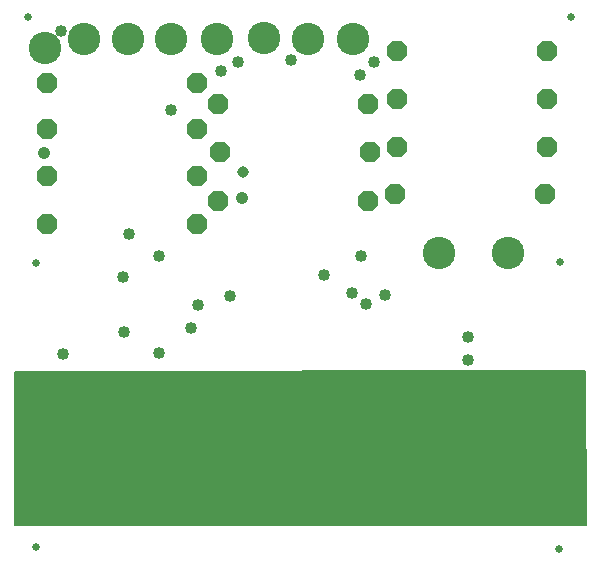
<source format=gts>
G75*
%MOIN*%
%OFA0B0*%
%FSLAX25Y25*%
%IPPOS*%
%LPD*%
%AMOC8*
5,1,8,0,0,1.08239X$1,22.5*
%
%ADD10C,0.00600*%
%ADD11C,0.02572*%
%ADD12C,0.10800*%
%ADD13C,0.03581*%
%ADD14OC8,0.06800*%
%ADD15C,0.04178*%
%ADD16C,0.03981*%
%ADD17C,0.03824*%
D10*
X0006754Y0020928D02*
X0196991Y0020928D01*
X0196676Y0072266D01*
X0006754Y0072109D01*
X0006754Y0020928D01*
X0006754Y0021151D02*
X0196989Y0021151D01*
X0196986Y0021749D02*
X0006754Y0021749D01*
X0006754Y0022348D02*
X0196982Y0022348D01*
X0196978Y0022946D02*
X0006754Y0022946D01*
X0006754Y0023545D02*
X0196974Y0023545D01*
X0196971Y0024143D02*
X0006754Y0024143D01*
X0006754Y0024742D02*
X0196967Y0024742D01*
X0196963Y0025340D02*
X0006754Y0025340D01*
X0006754Y0025939D02*
X0196960Y0025939D01*
X0196956Y0026537D02*
X0006754Y0026537D01*
X0006754Y0027136D02*
X0196952Y0027136D01*
X0196949Y0027734D02*
X0006754Y0027734D01*
X0006754Y0028333D02*
X0196945Y0028333D01*
X0196941Y0028932D02*
X0006754Y0028932D01*
X0006754Y0029530D02*
X0196938Y0029530D01*
X0196934Y0030129D02*
X0006754Y0030129D01*
X0006754Y0030727D02*
X0196930Y0030727D01*
X0196927Y0031326D02*
X0006754Y0031326D01*
X0006754Y0031924D02*
X0196923Y0031924D01*
X0196919Y0032523D02*
X0006754Y0032523D01*
X0006754Y0033121D02*
X0196916Y0033121D01*
X0196912Y0033720D02*
X0006754Y0033720D01*
X0006754Y0034318D02*
X0196908Y0034318D01*
X0196905Y0034917D02*
X0006754Y0034917D01*
X0006754Y0035515D02*
X0196901Y0035515D01*
X0196897Y0036114D02*
X0006754Y0036114D01*
X0006754Y0036712D02*
X0196894Y0036712D01*
X0196890Y0037311D02*
X0006754Y0037311D01*
X0006754Y0037909D02*
X0196886Y0037909D01*
X0196883Y0038508D02*
X0006754Y0038508D01*
X0006754Y0039106D02*
X0196879Y0039106D01*
X0196875Y0039705D02*
X0006754Y0039705D01*
X0006754Y0040303D02*
X0196872Y0040303D01*
X0196868Y0040902D02*
X0006754Y0040902D01*
X0006754Y0041500D02*
X0196864Y0041500D01*
X0196861Y0042099D02*
X0006754Y0042099D01*
X0006754Y0042697D02*
X0196857Y0042697D01*
X0196853Y0043296D02*
X0006754Y0043296D01*
X0006754Y0043894D02*
X0196850Y0043894D01*
X0196846Y0044493D02*
X0006754Y0044493D01*
X0006754Y0045091D02*
X0196842Y0045091D01*
X0196839Y0045690D02*
X0006754Y0045690D01*
X0006754Y0046288D02*
X0196835Y0046288D01*
X0196831Y0046887D02*
X0006754Y0046887D01*
X0006754Y0047485D02*
X0196828Y0047485D01*
X0196824Y0048084D02*
X0006754Y0048084D01*
X0006754Y0048682D02*
X0196820Y0048682D01*
X0196817Y0049281D02*
X0006754Y0049281D01*
X0006754Y0049879D02*
X0196813Y0049879D01*
X0196809Y0050478D02*
X0006754Y0050478D01*
X0006754Y0051076D02*
X0196806Y0051076D01*
X0196802Y0051675D02*
X0006754Y0051675D01*
X0006754Y0052273D02*
X0196798Y0052273D01*
X0196795Y0052872D02*
X0006754Y0052872D01*
X0006754Y0053470D02*
X0196791Y0053470D01*
X0196787Y0054069D02*
X0006754Y0054069D01*
X0006754Y0054668D02*
X0196784Y0054668D01*
X0196780Y0055266D02*
X0006754Y0055266D01*
X0006754Y0055865D02*
X0196776Y0055865D01*
X0196773Y0056463D02*
X0006754Y0056463D01*
X0006754Y0057062D02*
X0196769Y0057062D01*
X0196765Y0057660D02*
X0006754Y0057660D01*
X0006754Y0058259D02*
X0196762Y0058259D01*
X0196758Y0058857D02*
X0006754Y0058857D01*
X0006754Y0059456D02*
X0196754Y0059456D01*
X0196751Y0060054D02*
X0006754Y0060054D01*
X0006754Y0060653D02*
X0196747Y0060653D01*
X0196743Y0061251D02*
X0006754Y0061251D01*
X0006754Y0061850D02*
X0196740Y0061850D01*
X0196736Y0062448D02*
X0006754Y0062448D01*
X0006754Y0063047D02*
X0196732Y0063047D01*
X0196728Y0063645D02*
X0006754Y0063645D01*
X0006754Y0064244D02*
X0196725Y0064244D01*
X0196721Y0064842D02*
X0006754Y0064842D01*
X0006754Y0065441D02*
X0196717Y0065441D01*
X0196714Y0066039D02*
X0006754Y0066039D01*
X0006754Y0066638D02*
X0196710Y0066638D01*
X0196706Y0067236D02*
X0006754Y0067236D01*
X0006754Y0067835D02*
X0196703Y0067835D01*
X0196699Y0068433D02*
X0006754Y0068433D01*
X0006754Y0069032D02*
X0196695Y0069032D01*
X0196692Y0069630D02*
X0006754Y0069630D01*
X0006754Y0070229D02*
X0196688Y0070229D01*
X0196684Y0070827D02*
X0006754Y0070827D01*
X0006754Y0071426D02*
X0196681Y0071426D01*
X0196677Y0072024D02*
X0006754Y0072024D01*
X0075292Y0051317D02*
X0075292Y0042022D01*
X0084575Y0042024D01*
X0084595Y0051314D01*
X0075292Y0051317D01*
X0075292Y0051076D02*
X0084594Y0051076D01*
X0084593Y0050478D02*
X0075292Y0050478D01*
X0075292Y0049879D02*
X0084592Y0049879D01*
X0084590Y0049281D02*
X0075292Y0049281D01*
X0075292Y0048682D02*
X0084589Y0048682D01*
X0084588Y0048084D02*
X0075292Y0048084D01*
X0075292Y0047485D02*
X0084587Y0047485D01*
X0084585Y0046887D02*
X0075292Y0046887D01*
X0075292Y0046288D02*
X0084584Y0046288D01*
X0084583Y0045690D02*
X0075292Y0045690D01*
X0075292Y0045091D02*
X0084582Y0045091D01*
X0084580Y0044493D02*
X0075292Y0044493D01*
X0075292Y0043894D02*
X0084579Y0043894D01*
X0084578Y0043296D02*
X0075292Y0043296D01*
X0075292Y0042697D02*
X0084577Y0042697D01*
X0084575Y0042099D02*
X0075292Y0042099D01*
X0085843Y0042099D02*
X0095127Y0042099D01*
X0095127Y0042024D02*
X0095146Y0051314D01*
X0085843Y0051317D01*
X0085843Y0042022D01*
X0095127Y0042024D01*
X0095128Y0042697D02*
X0085843Y0042697D01*
X0085843Y0043296D02*
X0095129Y0043296D01*
X0095130Y0043894D02*
X0085843Y0043894D01*
X0085843Y0044493D02*
X0095132Y0044493D01*
X0095133Y0045091D02*
X0085843Y0045091D01*
X0085843Y0045690D02*
X0095134Y0045690D01*
X0095135Y0046288D02*
X0085843Y0046288D01*
X0085843Y0046887D02*
X0095137Y0046887D01*
X0095138Y0047485D02*
X0085843Y0047485D01*
X0085843Y0048084D02*
X0095139Y0048084D01*
X0095140Y0048682D02*
X0085843Y0048682D01*
X0085843Y0049281D02*
X0095142Y0049281D01*
X0095143Y0049879D02*
X0085843Y0049879D01*
X0085843Y0050478D02*
X0095144Y0050478D01*
X0095145Y0051076D02*
X0085843Y0051076D01*
X0085869Y0052591D02*
X0095120Y0052591D01*
X0095120Y0062473D01*
X0097483Y0064668D01*
X0097483Y0066380D01*
X0083516Y0066380D01*
X0083516Y0064707D01*
X0085809Y0062483D01*
X0085869Y0062345D01*
X0085869Y0052591D01*
X0085869Y0052872D02*
X0095120Y0052872D01*
X0095120Y0053470D02*
X0085869Y0053470D01*
X0085869Y0054069D02*
X0095120Y0054069D01*
X0095120Y0054668D02*
X0085869Y0054668D01*
X0085869Y0055266D02*
X0095120Y0055266D01*
X0095120Y0055865D02*
X0085869Y0055865D01*
X0085869Y0056463D02*
X0095120Y0056463D01*
X0095120Y0057062D02*
X0085869Y0057062D01*
X0085869Y0057660D02*
X0095120Y0057660D01*
X0095120Y0058259D02*
X0085869Y0058259D01*
X0085869Y0058857D02*
X0095120Y0058857D01*
X0095120Y0059456D02*
X0085869Y0059456D01*
X0085869Y0060054D02*
X0095120Y0060054D01*
X0095120Y0060653D02*
X0085869Y0060653D01*
X0085869Y0061251D02*
X0095120Y0061251D01*
X0095120Y0061850D02*
X0085869Y0061850D01*
X0085824Y0062448D02*
X0095120Y0062448D01*
X0095738Y0063047D02*
X0085228Y0063047D01*
X0084611Y0063645D02*
X0096382Y0063645D01*
X0097026Y0064244D02*
X0083994Y0064244D01*
X0083516Y0064842D02*
X0097483Y0064842D01*
X0097483Y0065441D02*
X0083516Y0065441D01*
X0083516Y0066039D02*
X0097483Y0066039D01*
X0096395Y0061868D02*
X0105697Y0061866D01*
X0105678Y0052576D01*
X0096394Y0052573D01*
X0096395Y0061868D01*
X0096395Y0061850D02*
X0105697Y0061850D01*
X0105696Y0061251D02*
X0096395Y0061251D01*
X0096395Y0060653D02*
X0105694Y0060653D01*
X0105693Y0060054D02*
X0096395Y0060054D01*
X0096395Y0059456D02*
X0105692Y0059456D01*
X0105691Y0058857D02*
X0096395Y0058857D01*
X0096395Y0058259D02*
X0105689Y0058259D01*
X0105688Y0057660D02*
X0096395Y0057660D01*
X0096395Y0057062D02*
X0105687Y0057062D01*
X0105686Y0056463D02*
X0096394Y0056463D01*
X0096394Y0055865D02*
X0105685Y0055865D01*
X0105683Y0055266D02*
X0096394Y0055266D01*
X0096394Y0054668D02*
X0105682Y0054668D01*
X0105681Y0054069D02*
X0096394Y0054069D01*
X0096394Y0053470D02*
X0105680Y0053470D01*
X0105678Y0052872D02*
X0096394Y0052872D01*
X0096395Y0051317D02*
X0105697Y0051314D01*
X0105678Y0042024D01*
X0096394Y0042022D01*
X0096395Y0051317D01*
X0096395Y0051076D02*
X0105696Y0051076D01*
X0105695Y0050478D02*
X0096395Y0050478D01*
X0096395Y0049879D02*
X0105694Y0049879D01*
X0105693Y0049281D02*
X0096395Y0049281D01*
X0096395Y0048682D02*
X0105691Y0048682D01*
X0105690Y0048084D02*
X0096395Y0048084D01*
X0096395Y0047485D02*
X0105689Y0047485D01*
X0105688Y0046887D02*
X0096395Y0046887D01*
X0096395Y0046288D02*
X0105687Y0046288D01*
X0105685Y0045690D02*
X0096394Y0045690D01*
X0096394Y0045091D02*
X0105684Y0045091D01*
X0105683Y0044493D02*
X0096394Y0044493D01*
X0096394Y0043894D02*
X0105682Y0043894D01*
X0105680Y0043296D02*
X0096394Y0043296D01*
X0096394Y0042697D02*
X0105679Y0042697D01*
X0105678Y0042099D02*
X0096394Y0042099D01*
X0096395Y0040766D02*
X0105697Y0040763D01*
X0105678Y0031473D01*
X0096394Y0031471D01*
X0096395Y0040766D01*
X0096395Y0040303D02*
X0105696Y0040303D01*
X0105695Y0039705D02*
X0096395Y0039705D01*
X0096395Y0039106D02*
X0105694Y0039106D01*
X0105692Y0038508D02*
X0096395Y0038508D01*
X0096395Y0037909D02*
X0105691Y0037909D01*
X0105690Y0037311D02*
X0096395Y0037311D01*
X0096395Y0036712D02*
X0105689Y0036712D01*
X0105687Y0036114D02*
X0096395Y0036114D01*
X0096394Y0035515D02*
X0105686Y0035515D01*
X0105685Y0034917D02*
X0096394Y0034917D01*
X0096394Y0034318D02*
X0105684Y0034318D01*
X0105682Y0033720D02*
X0096394Y0033720D01*
X0096394Y0033121D02*
X0105681Y0033121D01*
X0105680Y0032523D02*
X0096394Y0032523D01*
X0096394Y0031924D02*
X0105679Y0031924D01*
X0106946Y0031924D02*
X0116230Y0031924D01*
X0116229Y0031473D02*
X0116248Y0040763D01*
X0106946Y0040766D01*
X0106946Y0031471D01*
X0116229Y0031473D01*
X0116231Y0032523D02*
X0106946Y0032523D01*
X0106946Y0033121D02*
X0116232Y0033121D01*
X0116234Y0033720D02*
X0106946Y0033720D01*
X0106946Y0034318D02*
X0116235Y0034318D01*
X0116236Y0034917D02*
X0106946Y0034917D01*
X0106946Y0035515D02*
X0116237Y0035515D01*
X0116238Y0036114D02*
X0106946Y0036114D01*
X0106946Y0036712D02*
X0116240Y0036712D01*
X0116241Y0037311D02*
X0106946Y0037311D01*
X0106946Y0037909D02*
X0116242Y0037909D01*
X0116243Y0038508D02*
X0106946Y0038508D01*
X0106946Y0039106D02*
X0116245Y0039106D01*
X0116246Y0039705D02*
X0106946Y0039705D01*
X0106946Y0040303D02*
X0116247Y0040303D01*
X0116229Y0042024D02*
X0116248Y0051314D01*
X0106946Y0051317D01*
X0106946Y0042022D01*
X0116229Y0042024D01*
X0116229Y0042099D02*
X0106946Y0042099D01*
X0106946Y0042697D02*
X0116230Y0042697D01*
X0116232Y0043296D02*
X0106946Y0043296D01*
X0106946Y0043894D02*
X0116233Y0043894D01*
X0116234Y0044493D02*
X0106946Y0044493D01*
X0106946Y0045091D02*
X0116235Y0045091D01*
X0116236Y0045690D02*
X0106946Y0045690D01*
X0106946Y0046288D02*
X0116238Y0046288D01*
X0116239Y0046887D02*
X0106946Y0046887D01*
X0106946Y0047485D02*
X0116240Y0047485D01*
X0116241Y0048084D02*
X0106946Y0048084D01*
X0106946Y0048682D02*
X0116243Y0048682D01*
X0116244Y0049281D02*
X0106946Y0049281D01*
X0106946Y0049879D02*
X0116245Y0049879D01*
X0116246Y0050478D02*
X0106946Y0050478D01*
X0106946Y0051076D02*
X0116248Y0051076D01*
X0117497Y0051076D02*
X0126799Y0051076D01*
X0126799Y0051314D02*
X0117497Y0051317D01*
X0117497Y0042022D01*
X0126780Y0042024D01*
X0126799Y0051314D01*
X0126798Y0050478D02*
X0117497Y0050478D01*
X0117497Y0049879D02*
X0126796Y0049879D01*
X0126795Y0049281D02*
X0117497Y0049281D01*
X0117497Y0048682D02*
X0126794Y0048682D01*
X0126793Y0048084D02*
X0117497Y0048084D01*
X0117497Y0047485D02*
X0126791Y0047485D01*
X0126790Y0046887D02*
X0117497Y0046887D01*
X0117497Y0046288D02*
X0126789Y0046288D01*
X0126788Y0045690D02*
X0117497Y0045690D01*
X0117497Y0045091D02*
X0126786Y0045091D01*
X0126785Y0044493D02*
X0117497Y0044493D01*
X0117497Y0043894D02*
X0126784Y0043894D01*
X0126783Y0043296D02*
X0117497Y0043296D01*
X0117497Y0042697D02*
X0126781Y0042697D01*
X0126780Y0042099D02*
X0117497Y0042099D01*
X0116183Y0052591D02*
X0106931Y0052591D01*
X0106931Y0062345D01*
X0106872Y0062483D01*
X0104579Y0064707D01*
X0104579Y0066380D01*
X0118546Y0066380D01*
X0118546Y0064668D01*
X0116183Y0062473D01*
X0116183Y0052591D01*
X0116183Y0052872D02*
X0106931Y0052872D01*
X0106931Y0053470D02*
X0116183Y0053470D01*
X0116183Y0054069D02*
X0106931Y0054069D01*
X0106931Y0054668D02*
X0116183Y0054668D01*
X0116183Y0055266D02*
X0106931Y0055266D01*
X0106931Y0055865D02*
X0116183Y0055865D01*
X0116183Y0056463D02*
X0106931Y0056463D01*
X0106931Y0057062D02*
X0116183Y0057062D01*
X0116183Y0057660D02*
X0106931Y0057660D01*
X0106931Y0058259D02*
X0116183Y0058259D01*
X0116183Y0058857D02*
X0106931Y0058857D01*
X0106931Y0059456D02*
X0116183Y0059456D01*
X0116183Y0060054D02*
X0106931Y0060054D01*
X0106931Y0060653D02*
X0116183Y0060653D01*
X0116183Y0061251D02*
X0106931Y0061251D01*
X0106931Y0061850D02*
X0116183Y0061850D01*
X0116183Y0062448D02*
X0106887Y0062448D01*
X0106291Y0063047D02*
X0116801Y0063047D01*
X0117445Y0063645D02*
X0105674Y0063645D01*
X0105057Y0064244D02*
X0118089Y0064244D01*
X0118546Y0064842D02*
X0104579Y0064842D01*
X0104579Y0065441D02*
X0118546Y0065441D01*
X0118546Y0066039D02*
X0104579Y0066039D01*
X0095146Y0040763D02*
X0085843Y0040766D01*
X0085843Y0031471D01*
X0095127Y0031473D01*
X0095146Y0040763D01*
X0095145Y0040303D02*
X0085843Y0040303D01*
X0085843Y0039705D02*
X0095144Y0039705D01*
X0095142Y0039106D02*
X0085843Y0039106D01*
X0085843Y0038508D02*
X0095141Y0038508D01*
X0095140Y0037909D02*
X0085843Y0037909D01*
X0085843Y0037311D02*
X0095139Y0037311D01*
X0095137Y0036712D02*
X0085843Y0036712D01*
X0085843Y0036114D02*
X0095136Y0036114D01*
X0095135Y0035515D02*
X0085843Y0035515D01*
X0085843Y0034917D02*
X0095134Y0034917D01*
X0095132Y0034318D02*
X0085843Y0034318D01*
X0085843Y0033720D02*
X0095131Y0033720D01*
X0095130Y0033121D02*
X0085843Y0033121D01*
X0085843Y0032523D02*
X0095129Y0032523D01*
X0095127Y0031924D02*
X0085843Y0031924D01*
D11*
X0013841Y0013841D03*
X0013841Y0108329D03*
X0011006Y0190376D03*
X0188329Y0108880D03*
X0192109Y0190534D03*
X0188014Y0013211D03*
D12*
X0170849Y0111794D03*
X0148014Y0111636D03*
X0119235Y0183250D03*
X0104471Y0183093D03*
X0089707Y0183408D03*
X0074156Y0182975D03*
X0058683Y0183132D03*
X0044471Y0182975D03*
X0029746Y0182935D03*
X0016557Y0179983D03*
D13*
X0090494Y0057227D03*
X0090494Y0046676D03*
X0079943Y0046676D03*
X0090494Y0036124D03*
X0101046Y0036124D03*
X0111597Y0036124D03*
X0111597Y0046676D03*
X0111557Y0057227D03*
X0101046Y0057227D03*
X0101046Y0046676D03*
X0122148Y0046676D03*
D14*
X0067502Y0121557D03*
X0074353Y0129195D03*
X0067187Y0137581D03*
X0074983Y0145416D03*
X0067345Y0153014D03*
X0074195Y0161479D03*
X0067187Y0168447D03*
X0017187Y0168447D03*
X0017345Y0153014D03*
X0017187Y0137581D03*
X0017502Y0121557D03*
X0124353Y0129195D03*
X0133250Y0131321D03*
X0124983Y0145416D03*
X0134038Y0147109D03*
X0124195Y0161479D03*
X0133880Y0163014D03*
X0133880Y0179077D03*
X0183880Y0179077D03*
X0183880Y0163014D03*
X0184038Y0147109D03*
X0183250Y0131321D03*
D15*
X0082502Y0130219D03*
X0016361Y0145180D03*
D16*
X0044628Y0118250D03*
X0054825Y0110869D03*
X0042817Y0103762D03*
X0042975Y0085337D03*
X0054786Y0078565D03*
X0065327Y0086804D03*
X0067758Y0094412D03*
X0078408Y0097463D03*
X0109589Y0104451D03*
X0119038Y0098408D03*
X0123762Y0094786D03*
X0130061Y0097709D03*
X0121892Y0110790D03*
X0157620Y0083605D03*
X0157620Y0076046D03*
X0121518Y0171164D03*
X0126400Y0175396D03*
X0098782Y0176026D03*
X0080908Y0175278D03*
X0075416Y0172463D03*
X0058743Y0159412D03*
X0022050Y0185809D03*
X0022660Y0078024D03*
D17*
X0082522Y0138644D03*
M02*

</source>
